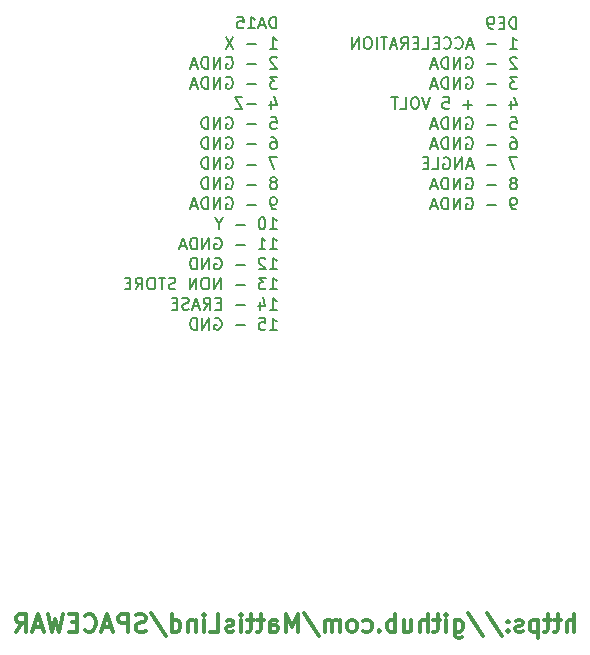
<source format=gbr>
G04 #@! TF.GenerationSoftware,KiCad,Pcbnew,5.0.2-bee76a0~70~ubuntu16.04.1*
G04 #@! TF.CreationDate,2022-01-22T11:01:39+01:00*
G04 #@! TF.ProjectId,breakoutBoard,62726561-6b6f-4757-9442-6f6172642e6b,rev?*
G04 #@! TF.SameCoordinates,Original*
G04 #@! TF.FileFunction,Legend,Bot*
G04 #@! TF.FilePolarity,Positive*
%FSLAX46Y46*%
G04 Gerber Fmt 4.6, Leading zero omitted, Abs format (unit mm)*
G04 Created by KiCad (PCBNEW 5.0.2-bee76a0~70~ubuntu16.04.1) date lör 22 jan 2022 11:01:39*
%MOMM*%
%LPD*%
G01*
G04 APERTURE LIST*
%ADD10C,0.300000*%
%ADD11C,0.200000*%
G04 APERTURE END LIST*
D10*
X125207142Y-113708571D02*
X125207142Y-112208571D01*
X124564285Y-113708571D02*
X124564285Y-112922857D01*
X124635714Y-112780000D01*
X124778571Y-112708571D01*
X124992857Y-112708571D01*
X125135714Y-112780000D01*
X125207142Y-112851428D01*
X124064285Y-112708571D02*
X123492857Y-112708571D01*
X123850000Y-112208571D02*
X123850000Y-113494285D01*
X123778571Y-113637142D01*
X123635714Y-113708571D01*
X123492857Y-113708571D01*
X123207142Y-112708571D02*
X122635714Y-112708571D01*
X122992857Y-112208571D02*
X122992857Y-113494285D01*
X122921428Y-113637142D01*
X122778571Y-113708571D01*
X122635714Y-113708571D01*
X122135714Y-112708571D02*
X122135714Y-114208571D01*
X122135714Y-112780000D02*
X121992857Y-112708571D01*
X121707142Y-112708571D01*
X121564285Y-112780000D01*
X121492857Y-112851428D01*
X121421428Y-112994285D01*
X121421428Y-113422857D01*
X121492857Y-113565714D01*
X121564285Y-113637142D01*
X121707142Y-113708571D01*
X121992857Y-113708571D01*
X122135714Y-113637142D01*
X120850000Y-113637142D02*
X120707142Y-113708571D01*
X120421428Y-113708571D01*
X120278571Y-113637142D01*
X120207142Y-113494285D01*
X120207142Y-113422857D01*
X120278571Y-113280000D01*
X120421428Y-113208571D01*
X120635714Y-113208571D01*
X120778571Y-113137142D01*
X120850000Y-112994285D01*
X120850000Y-112922857D01*
X120778571Y-112780000D01*
X120635714Y-112708571D01*
X120421428Y-112708571D01*
X120278571Y-112780000D01*
X119564285Y-113565714D02*
X119492857Y-113637142D01*
X119564285Y-113708571D01*
X119635714Y-113637142D01*
X119564285Y-113565714D01*
X119564285Y-113708571D01*
X119564285Y-112780000D02*
X119492857Y-112851428D01*
X119564285Y-112922857D01*
X119635714Y-112851428D01*
X119564285Y-112780000D01*
X119564285Y-112922857D01*
X117778571Y-112137142D02*
X119064285Y-114065714D01*
X116207142Y-112137142D02*
X117492857Y-114065714D01*
X115064285Y-112708571D02*
X115064285Y-113922857D01*
X115135714Y-114065714D01*
X115207142Y-114137142D01*
X115349999Y-114208571D01*
X115564285Y-114208571D01*
X115707142Y-114137142D01*
X115064285Y-113637142D02*
X115207142Y-113708571D01*
X115492857Y-113708571D01*
X115635714Y-113637142D01*
X115707142Y-113565714D01*
X115778571Y-113422857D01*
X115778571Y-112994285D01*
X115707142Y-112851428D01*
X115635714Y-112780000D01*
X115492857Y-112708571D01*
X115207142Y-112708571D01*
X115064285Y-112780000D01*
X114349999Y-113708571D02*
X114349999Y-112708571D01*
X114349999Y-112208571D02*
X114421428Y-112280000D01*
X114349999Y-112351428D01*
X114278571Y-112280000D01*
X114349999Y-112208571D01*
X114349999Y-112351428D01*
X113849999Y-112708571D02*
X113278571Y-112708571D01*
X113635714Y-112208571D02*
X113635714Y-113494285D01*
X113564285Y-113637142D01*
X113421428Y-113708571D01*
X113278571Y-113708571D01*
X112778571Y-113708571D02*
X112778571Y-112208571D01*
X112135714Y-113708571D02*
X112135714Y-112922857D01*
X112207142Y-112780000D01*
X112349999Y-112708571D01*
X112564285Y-112708571D01*
X112707142Y-112780000D01*
X112778571Y-112851428D01*
X110778571Y-112708571D02*
X110778571Y-113708571D01*
X111421428Y-112708571D02*
X111421428Y-113494285D01*
X111349999Y-113637142D01*
X111207142Y-113708571D01*
X110992857Y-113708571D01*
X110849999Y-113637142D01*
X110778571Y-113565714D01*
X110064285Y-113708571D02*
X110064285Y-112208571D01*
X110064285Y-112780000D02*
X109921428Y-112708571D01*
X109635714Y-112708571D01*
X109492857Y-112780000D01*
X109421428Y-112851428D01*
X109349999Y-112994285D01*
X109349999Y-113422857D01*
X109421428Y-113565714D01*
X109492857Y-113637142D01*
X109635714Y-113708571D01*
X109921428Y-113708571D01*
X110064285Y-113637142D01*
X108707142Y-113565714D02*
X108635714Y-113637142D01*
X108707142Y-113708571D01*
X108778571Y-113637142D01*
X108707142Y-113565714D01*
X108707142Y-113708571D01*
X107349999Y-113637142D02*
X107492857Y-113708571D01*
X107778571Y-113708571D01*
X107921428Y-113637142D01*
X107992857Y-113565714D01*
X108064285Y-113422857D01*
X108064285Y-112994285D01*
X107992857Y-112851428D01*
X107921428Y-112780000D01*
X107778571Y-112708571D01*
X107492857Y-112708571D01*
X107349999Y-112780000D01*
X106492857Y-113708571D02*
X106635714Y-113637142D01*
X106707142Y-113565714D01*
X106778571Y-113422857D01*
X106778571Y-112994285D01*
X106707142Y-112851428D01*
X106635714Y-112780000D01*
X106492857Y-112708571D01*
X106278571Y-112708571D01*
X106135714Y-112780000D01*
X106064285Y-112851428D01*
X105992857Y-112994285D01*
X105992857Y-113422857D01*
X106064285Y-113565714D01*
X106135714Y-113637142D01*
X106278571Y-113708571D01*
X106492857Y-113708571D01*
X105349999Y-113708571D02*
X105349999Y-112708571D01*
X105349999Y-112851428D02*
X105278571Y-112780000D01*
X105135714Y-112708571D01*
X104921428Y-112708571D01*
X104778571Y-112780000D01*
X104707142Y-112922857D01*
X104707142Y-113708571D01*
X104707142Y-112922857D02*
X104635714Y-112780000D01*
X104492857Y-112708571D01*
X104278571Y-112708571D01*
X104135714Y-112780000D01*
X104064285Y-112922857D01*
X104064285Y-113708571D01*
X102278571Y-112137142D02*
X103564285Y-114065714D01*
X101778571Y-113708571D02*
X101778571Y-112208571D01*
X101278571Y-113280000D01*
X100778571Y-112208571D01*
X100778571Y-113708571D01*
X99421428Y-113708571D02*
X99421428Y-112922857D01*
X99492857Y-112780000D01*
X99635714Y-112708571D01*
X99921428Y-112708571D01*
X100064285Y-112780000D01*
X99421428Y-113637142D02*
X99564285Y-113708571D01*
X99921428Y-113708571D01*
X100064285Y-113637142D01*
X100135714Y-113494285D01*
X100135714Y-113351428D01*
X100064285Y-113208571D01*
X99921428Y-113137142D01*
X99564285Y-113137142D01*
X99421428Y-113065714D01*
X98921428Y-112708571D02*
X98349999Y-112708571D01*
X98707142Y-112208571D02*
X98707142Y-113494285D01*
X98635714Y-113637142D01*
X98492857Y-113708571D01*
X98349999Y-113708571D01*
X98064285Y-112708571D02*
X97492857Y-112708571D01*
X97849999Y-112208571D02*
X97849999Y-113494285D01*
X97778571Y-113637142D01*
X97635714Y-113708571D01*
X97492857Y-113708571D01*
X96992857Y-113708571D02*
X96992857Y-112708571D01*
X96992857Y-112208571D02*
X97064285Y-112280000D01*
X96992857Y-112351428D01*
X96921428Y-112280000D01*
X96992857Y-112208571D01*
X96992857Y-112351428D01*
X96349999Y-113637142D02*
X96207142Y-113708571D01*
X95921428Y-113708571D01*
X95778571Y-113637142D01*
X95707142Y-113494285D01*
X95707142Y-113422857D01*
X95778571Y-113280000D01*
X95921428Y-113208571D01*
X96135714Y-113208571D01*
X96278571Y-113137142D01*
X96349999Y-112994285D01*
X96349999Y-112922857D01*
X96278571Y-112780000D01*
X96135714Y-112708571D01*
X95921428Y-112708571D01*
X95778571Y-112780000D01*
X94349999Y-113708571D02*
X95064285Y-113708571D01*
X95064285Y-112208571D01*
X93849999Y-113708571D02*
X93849999Y-112708571D01*
X93849999Y-112208571D02*
X93921428Y-112280000D01*
X93849999Y-112351428D01*
X93778571Y-112280000D01*
X93849999Y-112208571D01*
X93849999Y-112351428D01*
X93135714Y-112708571D02*
X93135714Y-113708571D01*
X93135714Y-112851428D02*
X93064285Y-112780000D01*
X92921428Y-112708571D01*
X92707142Y-112708571D01*
X92564285Y-112780000D01*
X92492857Y-112922857D01*
X92492857Y-113708571D01*
X91135714Y-113708571D02*
X91135714Y-112208571D01*
X91135714Y-113637142D02*
X91278571Y-113708571D01*
X91564285Y-113708571D01*
X91707142Y-113637142D01*
X91778571Y-113565714D01*
X91849999Y-113422857D01*
X91849999Y-112994285D01*
X91778571Y-112851428D01*
X91707142Y-112780000D01*
X91564285Y-112708571D01*
X91278571Y-112708571D01*
X91135714Y-112780000D01*
X89349999Y-112137142D02*
X90635714Y-114065714D01*
X88921428Y-113637142D02*
X88707142Y-113708571D01*
X88349999Y-113708571D01*
X88207142Y-113637142D01*
X88135714Y-113565714D01*
X88064285Y-113422857D01*
X88064285Y-113280000D01*
X88135714Y-113137142D01*
X88207142Y-113065714D01*
X88349999Y-112994285D01*
X88635714Y-112922857D01*
X88778571Y-112851428D01*
X88849999Y-112780000D01*
X88921428Y-112637142D01*
X88921428Y-112494285D01*
X88849999Y-112351428D01*
X88778571Y-112280000D01*
X88635714Y-112208571D01*
X88278571Y-112208571D01*
X88064285Y-112280000D01*
X87421428Y-113708571D02*
X87421428Y-112208571D01*
X86849999Y-112208571D01*
X86707142Y-112280000D01*
X86635714Y-112351428D01*
X86564285Y-112494285D01*
X86564285Y-112708571D01*
X86635714Y-112851428D01*
X86707142Y-112922857D01*
X86849999Y-112994285D01*
X87421428Y-112994285D01*
X85992857Y-113280000D02*
X85278571Y-113280000D01*
X86135714Y-113708571D02*
X85635714Y-112208571D01*
X85135714Y-113708571D01*
X83778571Y-113565714D02*
X83849999Y-113637142D01*
X84064285Y-113708571D01*
X84207142Y-113708571D01*
X84421428Y-113637142D01*
X84564285Y-113494285D01*
X84635714Y-113351428D01*
X84707142Y-113065714D01*
X84707142Y-112851428D01*
X84635714Y-112565714D01*
X84564285Y-112422857D01*
X84421428Y-112280000D01*
X84207142Y-112208571D01*
X84064285Y-112208571D01*
X83849999Y-112280000D01*
X83778571Y-112351428D01*
X83135714Y-112922857D02*
X82635714Y-112922857D01*
X82421428Y-113708571D02*
X83135714Y-113708571D01*
X83135714Y-112208571D01*
X82421428Y-112208571D01*
X81921428Y-112208571D02*
X81564285Y-113708571D01*
X81278571Y-112637142D01*
X80992857Y-113708571D01*
X80635714Y-112208571D01*
X80135714Y-113280000D02*
X79421428Y-113280000D01*
X80278571Y-113708571D02*
X79778571Y-112208571D01*
X79278571Y-113708571D01*
X77921428Y-113708571D02*
X78421428Y-112994285D01*
X78778571Y-113708571D02*
X78778571Y-112208571D01*
X78207142Y-112208571D01*
X78064285Y-112280000D01*
X77992857Y-112351428D01*
X77921428Y-112494285D01*
X77921428Y-112708571D01*
X77992857Y-112851428D01*
X78064285Y-112922857D01*
X78207142Y-112994285D01*
X78778571Y-112994285D01*
D11*
X120281904Y-62652380D02*
X120281904Y-61652380D01*
X120043809Y-61652380D01*
X119900952Y-61700000D01*
X119805714Y-61795238D01*
X119758095Y-61890476D01*
X119710476Y-62080952D01*
X119710476Y-62223809D01*
X119758095Y-62414285D01*
X119805714Y-62509523D01*
X119900952Y-62604761D01*
X120043809Y-62652380D01*
X120281904Y-62652380D01*
X119281904Y-62128571D02*
X118948571Y-62128571D01*
X118805714Y-62652380D02*
X119281904Y-62652380D01*
X119281904Y-61652380D01*
X118805714Y-61652380D01*
X118329523Y-62652380D02*
X118139047Y-62652380D01*
X118043809Y-62604761D01*
X117996190Y-62557142D01*
X117900952Y-62414285D01*
X117853333Y-62223809D01*
X117853333Y-61842857D01*
X117900952Y-61747619D01*
X117948571Y-61700000D01*
X118043809Y-61652380D01*
X118234285Y-61652380D01*
X118329523Y-61700000D01*
X118377142Y-61747619D01*
X118424761Y-61842857D01*
X118424761Y-62080952D01*
X118377142Y-62176190D01*
X118329523Y-62223809D01*
X118234285Y-62271428D01*
X118043809Y-62271428D01*
X117948571Y-62223809D01*
X117900952Y-62176190D01*
X117853333Y-62080952D01*
X119758095Y-64352380D02*
X120329523Y-64352380D01*
X120043809Y-64352380D02*
X120043809Y-63352380D01*
X120139047Y-63495238D01*
X120234285Y-63590476D01*
X120329523Y-63638095D01*
X118567619Y-63971428D02*
X117805714Y-63971428D01*
X116615238Y-64066666D02*
X116139047Y-64066666D01*
X116710476Y-64352380D02*
X116377142Y-63352380D01*
X116043809Y-64352380D01*
X115139047Y-64257142D02*
X115186666Y-64304761D01*
X115329523Y-64352380D01*
X115424761Y-64352380D01*
X115567619Y-64304761D01*
X115662857Y-64209523D01*
X115710476Y-64114285D01*
X115758095Y-63923809D01*
X115758095Y-63780952D01*
X115710476Y-63590476D01*
X115662857Y-63495238D01*
X115567619Y-63400000D01*
X115424761Y-63352380D01*
X115329523Y-63352380D01*
X115186666Y-63400000D01*
X115139047Y-63447619D01*
X114139047Y-64257142D02*
X114186666Y-64304761D01*
X114329523Y-64352380D01*
X114424761Y-64352380D01*
X114567619Y-64304761D01*
X114662857Y-64209523D01*
X114710476Y-64114285D01*
X114758095Y-63923809D01*
X114758095Y-63780952D01*
X114710476Y-63590476D01*
X114662857Y-63495238D01*
X114567619Y-63400000D01*
X114424761Y-63352380D01*
X114329523Y-63352380D01*
X114186666Y-63400000D01*
X114139047Y-63447619D01*
X113710476Y-63828571D02*
X113377142Y-63828571D01*
X113234285Y-64352380D02*
X113710476Y-64352380D01*
X113710476Y-63352380D01*
X113234285Y-63352380D01*
X112329523Y-64352380D02*
X112805714Y-64352380D01*
X112805714Y-63352380D01*
X111996190Y-63828571D02*
X111662857Y-63828571D01*
X111520000Y-64352380D02*
X111996190Y-64352380D01*
X111996190Y-63352380D01*
X111520000Y-63352380D01*
X110520000Y-64352380D02*
X110853333Y-63876190D01*
X111091428Y-64352380D02*
X111091428Y-63352380D01*
X110710476Y-63352380D01*
X110615238Y-63400000D01*
X110567619Y-63447619D01*
X110520000Y-63542857D01*
X110520000Y-63685714D01*
X110567619Y-63780952D01*
X110615238Y-63828571D01*
X110710476Y-63876190D01*
X111091428Y-63876190D01*
X110139047Y-64066666D02*
X109662857Y-64066666D01*
X110234285Y-64352380D02*
X109900952Y-63352380D01*
X109567619Y-64352380D01*
X109377142Y-63352380D02*
X108805714Y-63352380D01*
X109091428Y-64352380D02*
X109091428Y-63352380D01*
X108472380Y-64352380D02*
X108472380Y-63352380D01*
X107805714Y-63352380D02*
X107615238Y-63352380D01*
X107520000Y-63400000D01*
X107424761Y-63495238D01*
X107377142Y-63685714D01*
X107377142Y-64019047D01*
X107424761Y-64209523D01*
X107520000Y-64304761D01*
X107615238Y-64352380D01*
X107805714Y-64352380D01*
X107900952Y-64304761D01*
X107996190Y-64209523D01*
X108043809Y-64019047D01*
X108043809Y-63685714D01*
X107996190Y-63495238D01*
X107900952Y-63400000D01*
X107805714Y-63352380D01*
X106948571Y-64352380D02*
X106948571Y-63352380D01*
X106377142Y-64352380D01*
X106377142Y-63352380D01*
X120329523Y-65147619D02*
X120281904Y-65100000D01*
X120186666Y-65052380D01*
X119948571Y-65052380D01*
X119853333Y-65100000D01*
X119805714Y-65147619D01*
X119758095Y-65242857D01*
X119758095Y-65338095D01*
X119805714Y-65480952D01*
X120377142Y-66052380D01*
X119758095Y-66052380D01*
X118567619Y-65671428D02*
X117805714Y-65671428D01*
X116043809Y-65100000D02*
X116139047Y-65052380D01*
X116281904Y-65052380D01*
X116424761Y-65100000D01*
X116520000Y-65195238D01*
X116567619Y-65290476D01*
X116615238Y-65480952D01*
X116615238Y-65623809D01*
X116567619Y-65814285D01*
X116520000Y-65909523D01*
X116424761Y-66004761D01*
X116281904Y-66052380D01*
X116186666Y-66052380D01*
X116043809Y-66004761D01*
X115996190Y-65957142D01*
X115996190Y-65623809D01*
X116186666Y-65623809D01*
X115567619Y-66052380D02*
X115567619Y-65052380D01*
X114996190Y-66052380D01*
X114996190Y-65052380D01*
X114520000Y-66052380D02*
X114520000Y-65052380D01*
X114281904Y-65052380D01*
X114139047Y-65100000D01*
X114043809Y-65195238D01*
X113996190Y-65290476D01*
X113948571Y-65480952D01*
X113948571Y-65623809D01*
X113996190Y-65814285D01*
X114043809Y-65909523D01*
X114139047Y-66004761D01*
X114281904Y-66052380D01*
X114520000Y-66052380D01*
X113567619Y-65766666D02*
X113091428Y-65766666D01*
X113662857Y-66052380D02*
X113329523Y-65052380D01*
X112996190Y-66052380D01*
X120377142Y-66752380D02*
X119758095Y-66752380D01*
X120091428Y-67133333D01*
X119948571Y-67133333D01*
X119853333Y-67180952D01*
X119805714Y-67228571D01*
X119758095Y-67323809D01*
X119758095Y-67561904D01*
X119805714Y-67657142D01*
X119853333Y-67704761D01*
X119948571Y-67752380D01*
X120234285Y-67752380D01*
X120329523Y-67704761D01*
X120377142Y-67657142D01*
X118567619Y-67371428D02*
X117805714Y-67371428D01*
X116043809Y-66800000D02*
X116139047Y-66752380D01*
X116281904Y-66752380D01*
X116424761Y-66800000D01*
X116520000Y-66895238D01*
X116567619Y-66990476D01*
X116615238Y-67180952D01*
X116615238Y-67323809D01*
X116567619Y-67514285D01*
X116520000Y-67609523D01*
X116424761Y-67704761D01*
X116281904Y-67752380D01*
X116186666Y-67752380D01*
X116043809Y-67704761D01*
X115996190Y-67657142D01*
X115996190Y-67323809D01*
X116186666Y-67323809D01*
X115567619Y-67752380D02*
X115567619Y-66752380D01*
X114996190Y-67752380D01*
X114996190Y-66752380D01*
X114520000Y-67752380D02*
X114520000Y-66752380D01*
X114281904Y-66752380D01*
X114139047Y-66800000D01*
X114043809Y-66895238D01*
X113996190Y-66990476D01*
X113948571Y-67180952D01*
X113948571Y-67323809D01*
X113996190Y-67514285D01*
X114043809Y-67609523D01*
X114139047Y-67704761D01*
X114281904Y-67752380D01*
X114520000Y-67752380D01*
X113567619Y-67466666D02*
X113091428Y-67466666D01*
X113662857Y-67752380D02*
X113329523Y-66752380D01*
X112996190Y-67752380D01*
X119853333Y-68785714D02*
X119853333Y-69452380D01*
X120091428Y-68404761D02*
X120329523Y-69119047D01*
X119710476Y-69119047D01*
X118567619Y-69071428D02*
X117805714Y-69071428D01*
X116567619Y-69071428D02*
X115805714Y-69071428D01*
X116186666Y-69452380D02*
X116186666Y-68690476D01*
X114091428Y-68452380D02*
X114567619Y-68452380D01*
X114615238Y-68928571D01*
X114567619Y-68880952D01*
X114472380Y-68833333D01*
X114234285Y-68833333D01*
X114139047Y-68880952D01*
X114091428Y-68928571D01*
X114043809Y-69023809D01*
X114043809Y-69261904D01*
X114091428Y-69357142D01*
X114139047Y-69404761D01*
X114234285Y-69452380D01*
X114472380Y-69452380D01*
X114567619Y-69404761D01*
X114615238Y-69357142D01*
X112996190Y-68452380D02*
X112662857Y-69452380D01*
X112329523Y-68452380D01*
X111805714Y-68452380D02*
X111615238Y-68452380D01*
X111520000Y-68500000D01*
X111424761Y-68595238D01*
X111377142Y-68785714D01*
X111377142Y-69119047D01*
X111424761Y-69309523D01*
X111520000Y-69404761D01*
X111615238Y-69452380D01*
X111805714Y-69452380D01*
X111900952Y-69404761D01*
X111996190Y-69309523D01*
X112043809Y-69119047D01*
X112043809Y-68785714D01*
X111996190Y-68595238D01*
X111900952Y-68500000D01*
X111805714Y-68452380D01*
X110472380Y-69452380D02*
X110948571Y-69452380D01*
X110948571Y-68452380D01*
X110281904Y-68452380D02*
X109710476Y-68452380D01*
X109996190Y-69452380D02*
X109996190Y-68452380D01*
X119805714Y-70152380D02*
X120281904Y-70152380D01*
X120329523Y-70628571D01*
X120281904Y-70580952D01*
X120186666Y-70533333D01*
X119948571Y-70533333D01*
X119853333Y-70580952D01*
X119805714Y-70628571D01*
X119758095Y-70723809D01*
X119758095Y-70961904D01*
X119805714Y-71057142D01*
X119853333Y-71104761D01*
X119948571Y-71152380D01*
X120186666Y-71152380D01*
X120281904Y-71104761D01*
X120329523Y-71057142D01*
X118567619Y-70771428D02*
X117805714Y-70771428D01*
X116043809Y-70200000D02*
X116139047Y-70152380D01*
X116281904Y-70152380D01*
X116424761Y-70200000D01*
X116520000Y-70295238D01*
X116567619Y-70390476D01*
X116615238Y-70580952D01*
X116615238Y-70723809D01*
X116567619Y-70914285D01*
X116520000Y-71009523D01*
X116424761Y-71104761D01*
X116281904Y-71152380D01*
X116186666Y-71152380D01*
X116043809Y-71104761D01*
X115996190Y-71057142D01*
X115996190Y-70723809D01*
X116186666Y-70723809D01*
X115567619Y-71152380D02*
X115567619Y-70152380D01*
X114996190Y-71152380D01*
X114996190Y-70152380D01*
X114520000Y-71152380D02*
X114520000Y-70152380D01*
X114281904Y-70152380D01*
X114139047Y-70200000D01*
X114043809Y-70295238D01*
X113996190Y-70390476D01*
X113948571Y-70580952D01*
X113948571Y-70723809D01*
X113996190Y-70914285D01*
X114043809Y-71009523D01*
X114139047Y-71104761D01*
X114281904Y-71152380D01*
X114520000Y-71152380D01*
X113567619Y-70866666D02*
X113091428Y-70866666D01*
X113662857Y-71152380D02*
X113329523Y-70152380D01*
X112996190Y-71152380D01*
X119853333Y-71852380D02*
X120043809Y-71852380D01*
X120139047Y-71900000D01*
X120186666Y-71947619D01*
X120281904Y-72090476D01*
X120329523Y-72280952D01*
X120329523Y-72661904D01*
X120281904Y-72757142D01*
X120234285Y-72804761D01*
X120139047Y-72852380D01*
X119948571Y-72852380D01*
X119853333Y-72804761D01*
X119805714Y-72757142D01*
X119758095Y-72661904D01*
X119758095Y-72423809D01*
X119805714Y-72328571D01*
X119853333Y-72280952D01*
X119948571Y-72233333D01*
X120139047Y-72233333D01*
X120234285Y-72280952D01*
X120281904Y-72328571D01*
X120329523Y-72423809D01*
X118567619Y-72471428D02*
X117805714Y-72471428D01*
X116043809Y-71900000D02*
X116139047Y-71852380D01*
X116281904Y-71852380D01*
X116424761Y-71900000D01*
X116520000Y-71995238D01*
X116567619Y-72090476D01*
X116615238Y-72280952D01*
X116615238Y-72423809D01*
X116567619Y-72614285D01*
X116520000Y-72709523D01*
X116424761Y-72804761D01*
X116281904Y-72852380D01*
X116186666Y-72852380D01*
X116043809Y-72804761D01*
X115996190Y-72757142D01*
X115996190Y-72423809D01*
X116186666Y-72423809D01*
X115567619Y-72852380D02*
X115567619Y-71852380D01*
X114996190Y-72852380D01*
X114996190Y-71852380D01*
X114520000Y-72852380D02*
X114520000Y-71852380D01*
X114281904Y-71852380D01*
X114139047Y-71900000D01*
X114043809Y-71995238D01*
X113996190Y-72090476D01*
X113948571Y-72280952D01*
X113948571Y-72423809D01*
X113996190Y-72614285D01*
X114043809Y-72709523D01*
X114139047Y-72804761D01*
X114281904Y-72852380D01*
X114520000Y-72852380D01*
X113567619Y-72566666D02*
X113091428Y-72566666D01*
X113662857Y-72852380D02*
X113329523Y-71852380D01*
X112996190Y-72852380D01*
X120377142Y-73552380D02*
X119710476Y-73552380D01*
X120139047Y-74552380D01*
X118567619Y-74171428D02*
X117805714Y-74171428D01*
X116615238Y-74266666D02*
X116139047Y-74266666D01*
X116710476Y-74552380D02*
X116377142Y-73552380D01*
X116043809Y-74552380D01*
X115710476Y-74552380D02*
X115710476Y-73552380D01*
X115139047Y-74552380D01*
X115139047Y-73552380D01*
X114139047Y-73600000D02*
X114234285Y-73552380D01*
X114377142Y-73552380D01*
X114520000Y-73600000D01*
X114615238Y-73695238D01*
X114662857Y-73790476D01*
X114710476Y-73980952D01*
X114710476Y-74123809D01*
X114662857Y-74314285D01*
X114615238Y-74409523D01*
X114520000Y-74504761D01*
X114377142Y-74552380D01*
X114281904Y-74552380D01*
X114139047Y-74504761D01*
X114091428Y-74457142D01*
X114091428Y-74123809D01*
X114281904Y-74123809D01*
X113186666Y-74552380D02*
X113662857Y-74552380D01*
X113662857Y-73552380D01*
X112853333Y-74028571D02*
X112520000Y-74028571D01*
X112377142Y-74552380D02*
X112853333Y-74552380D01*
X112853333Y-73552380D01*
X112377142Y-73552380D01*
X120139047Y-75680952D02*
X120234285Y-75633333D01*
X120281904Y-75585714D01*
X120329523Y-75490476D01*
X120329523Y-75442857D01*
X120281904Y-75347619D01*
X120234285Y-75300000D01*
X120139047Y-75252380D01*
X119948571Y-75252380D01*
X119853333Y-75300000D01*
X119805714Y-75347619D01*
X119758095Y-75442857D01*
X119758095Y-75490476D01*
X119805714Y-75585714D01*
X119853333Y-75633333D01*
X119948571Y-75680952D01*
X120139047Y-75680952D01*
X120234285Y-75728571D01*
X120281904Y-75776190D01*
X120329523Y-75871428D01*
X120329523Y-76061904D01*
X120281904Y-76157142D01*
X120234285Y-76204761D01*
X120139047Y-76252380D01*
X119948571Y-76252380D01*
X119853333Y-76204761D01*
X119805714Y-76157142D01*
X119758095Y-76061904D01*
X119758095Y-75871428D01*
X119805714Y-75776190D01*
X119853333Y-75728571D01*
X119948571Y-75680952D01*
X118567619Y-75871428D02*
X117805714Y-75871428D01*
X116043809Y-75300000D02*
X116139047Y-75252380D01*
X116281904Y-75252380D01*
X116424761Y-75300000D01*
X116520000Y-75395238D01*
X116567619Y-75490476D01*
X116615238Y-75680952D01*
X116615238Y-75823809D01*
X116567619Y-76014285D01*
X116520000Y-76109523D01*
X116424761Y-76204761D01*
X116281904Y-76252380D01*
X116186666Y-76252380D01*
X116043809Y-76204761D01*
X115996190Y-76157142D01*
X115996190Y-75823809D01*
X116186666Y-75823809D01*
X115567619Y-76252380D02*
X115567619Y-75252380D01*
X114996190Y-76252380D01*
X114996190Y-75252380D01*
X114520000Y-76252380D02*
X114520000Y-75252380D01*
X114281904Y-75252380D01*
X114139047Y-75300000D01*
X114043809Y-75395238D01*
X113996190Y-75490476D01*
X113948571Y-75680952D01*
X113948571Y-75823809D01*
X113996190Y-76014285D01*
X114043809Y-76109523D01*
X114139047Y-76204761D01*
X114281904Y-76252380D01*
X114520000Y-76252380D01*
X113567619Y-75966666D02*
X113091428Y-75966666D01*
X113662857Y-76252380D02*
X113329523Y-75252380D01*
X112996190Y-76252380D01*
X120234285Y-77952380D02*
X120043809Y-77952380D01*
X119948571Y-77904761D01*
X119900952Y-77857142D01*
X119805714Y-77714285D01*
X119758095Y-77523809D01*
X119758095Y-77142857D01*
X119805714Y-77047619D01*
X119853333Y-77000000D01*
X119948571Y-76952380D01*
X120139047Y-76952380D01*
X120234285Y-77000000D01*
X120281904Y-77047619D01*
X120329523Y-77142857D01*
X120329523Y-77380952D01*
X120281904Y-77476190D01*
X120234285Y-77523809D01*
X120139047Y-77571428D01*
X119948571Y-77571428D01*
X119853333Y-77523809D01*
X119805714Y-77476190D01*
X119758095Y-77380952D01*
X118567619Y-77571428D02*
X117805714Y-77571428D01*
X116043809Y-77000000D02*
X116139047Y-76952380D01*
X116281904Y-76952380D01*
X116424761Y-77000000D01*
X116520000Y-77095238D01*
X116567619Y-77190476D01*
X116615238Y-77380952D01*
X116615238Y-77523809D01*
X116567619Y-77714285D01*
X116520000Y-77809523D01*
X116424761Y-77904761D01*
X116281904Y-77952380D01*
X116186666Y-77952380D01*
X116043809Y-77904761D01*
X115996190Y-77857142D01*
X115996190Y-77523809D01*
X116186666Y-77523809D01*
X115567619Y-77952380D02*
X115567619Y-76952380D01*
X114996190Y-77952380D01*
X114996190Y-76952380D01*
X114520000Y-77952380D02*
X114520000Y-76952380D01*
X114281904Y-76952380D01*
X114139047Y-77000000D01*
X114043809Y-77095238D01*
X113996190Y-77190476D01*
X113948571Y-77380952D01*
X113948571Y-77523809D01*
X113996190Y-77714285D01*
X114043809Y-77809523D01*
X114139047Y-77904761D01*
X114281904Y-77952380D01*
X114520000Y-77952380D01*
X113567619Y-77666666D02*
X113091428Y-77666666D01*
X113662857Y-77952380D02*
X113329523Y-76952380D01*
X112996190Y-77952380D01*
X99961904Y-62632380D02*
X99961904Y-61632380D01*
X99723809Y-61632380D01*
X99580952Y-61680000D01*
X99485714Y-61775238D01*
X99438095Y-61870476D01*
X99390476Y-62060952D01*
X99390476Y-62203809D01*
X99438095Y-62394285D01*
X99485714Y-62489523D01*
X99580952Y-62584761D01*
X99723809Y-62632380D01*
X99961904Y-62632380D01*
X99009523Y-62346666D02*
X98533333Y-62346666D01*
X99104761Y-62632380D02*
X98771428Y-61632380D01*
X98438095Y-62632380D01*
X97580952Y-62632380D02*
X98152380Y-62632380D01*
X97866666Y-62632380D02*
X97866666Y-61632380D01*
X97961904Y-61775238D01*
X98057142Y-61870476D01*
X98152380Y-61918095D01*
X96676190Y-61632380D02*
X97152380Y-61632380D01*
X97200000Y-62108571D01*
X97152380Y-62060952D01*
X97057142Y-62013333D01*
X96819047Y-62013333D01*
X96723809Y-62060952D01*
X96676190Y-62108571D01*
X96628571Y-62203809D01*
X96628571Y-62441904D01*
X96676190Y-62537142D01*
X96723809Y-62584761D01*
X96819047Y-62632380D01*
X97057142Y-62632380D01*
X97152380Y-62584761D01*
X97200000Y-62537142D01*
X99438095Y-64332380D02*
X100009523Y-64332380D01*
X99723809Y-64332380D02*
X99723809Y-63332380D01*
X99819047Y-63475238D01*
X99914285Y-63570476D01*
X100009523Y-63618095D01*
X98247619Y-63951428D02*
X97485714Y-63951428D01*
X96342857Y-63332380D02*
X95676190Y-64332380D01*
X95676190Y-63332380D02*
X96342857Y-64332380D01*
X100009523Y-65127619D02*
X99961904Y-65080000D01*
X99866666Y-65032380D01*
X99628571Y-65032380D01*
X99533333Y-65080000D01*
X99485714Y-65127619D01*
X99438095Y-65222857D01*
X99438095Y-65318095D01*
X99485714Y-65460952D01*
X100057142Y-66032380D01*
X99438095Y-66032380D01*
X98247619Y-65651428D02*
X97485714Y-65651428D01*
X95723809Y-65080000D02*
X95819047Y-65032380D01*
X95961904Y-65032380D01*
X96104761Y-65080000D01*
X96200000Y-65175238D01*
X96247619Y-65270476D01*
X96295238Y-65460952D01*
X96295238Y-65603809D01*
X96247619Y-65794285D01*
X96200000Y-65889523D01*
X96104761Y-65984761D01*
X95961904Y-66032380D01*
X95866666Y-66032380D01*
X95723809Y-65984761D01*
X95676190Y-65937142D01*
X95676190Y-65603809D01*
X95866666Y-65603809D01*
X95247619Y-66032380D02*
X95247619Y-65032380D01*
X94676190Y-66032380D01*
X94676190Y-65032380D01*
X94200000Y-66032380D02*
X94200000Y-65032380D01*
X93961904Y-65032380D01*
X93819047Y-65080000D01*
X93723809Y-65175238D01*
X93676190Y-65270476D01*
X93628571Y-65460952D01*
X93628571Y-65603809D01*
X93676190Y-65794285D01*
X93723809Y-65889523D01*
X93819047Y-65984761D01*
X93961904Y-66032380D01*
X94200000Y-66032380D01*
X93247619Y-65746666D02*
X92771428Y-65746666D01*
X93342857Y-66032380D02*
X93009523Y-65032380D01*
X92676190Y-66032380D01*
X100057142Y-66732380D02*
X99438095Y-66732380D01*
X99771428Y-67113333D01*
X99628571Y-67113333D01*
X99533333Y-67160952D01*
X99485714Y-67208571D01*
X99438095Y-67303809D01*
X99438095Y-67541904D01*
X99485714Y-67637142D01*
X99533333Y-67684761D01*
X99628571Y-67732380D01*
X99914285Y-67732380D01*
X100009523Y-67684761D01*
X100057142Y-67637142D01*
X98247619Y-67351428D02*
X97485714Y-67351428D01*
X95723809Y-66780000D02*
X95819047Y-66732380D01*
X95961904Y-66732380D01*
X96104761Y-66780000D01*
X96200000Y-66875238D01*
X96247619Y-66970476D01*
X96295238Y-67160952D01*
X96295238Y-67303809D01*
X96247619Y-67494285D01*
X96200000Y-67589523D01*
X96104761Y-67684761D01*
X95961904Y-67732380D01*
X95866666Y-67732380D01*
X95723809Y-67684761D01*
X95676190Y-67637142D01*
X95676190Y-67303809D01*
X95866666Y-67303809D01*
X95247619Y-67732380D02*
X95247619Y-66732380D01*
X94676190Y-67732380D01*
X94676190Y-66732380D01*
X94200000Y-67732380D02*
X94200000Y-66732380D01*
X93961904Y-66732380D01*
X93819047Y-66780000D01*
X93723809Y-66875238D01*
X93676190Y-66970476D01*
X93628571Y-67160952D01*
X93628571Y-67303809D01*
X93676190Y-67494285D01*
X93723809Y-67589523D01*
X93819047Y-67684761D01*
X93961904Y-67732380D01*
X94200000Y-67732380D01*
X93247619Y-67446666D02*
X92771428Y-67446666D01*
X93342857Y-67732380D02*
X93009523Y-66732380D01*
X92676190Y-67732380D01*
X99533333Y-68765714D02*
X99533333Y-69432380D01*
X99771428Y-68384761D02*
X100009523Y-69099047D01*
X99390476Y-69099047D01*
X98247619Y-69051428D02*
X97485714Y-69051428D01*
X97104761Y-68432380D02*
X96438095Y-68432380D01*
X97104761Y-69432380D01*
X96438095Y-69432380D01*
X99485714Y-70132380D02*
X99961904Y-70132380D01*
X100009523Y-70608571D01*
X99961904Y-70560952D01*
X99866666Y-70513333D01*
X99628571Y-70513333D01*
X99533333Y-70560952D01*
X99485714Y-70608571D01*
X99438095Y-70703809D01*
X99438095Y-70941904D01*
X99485714Y-71037142D01*
X99533333Y-71084761D01*
X99628571Y-71132380D01*
X99866666Y-71132380D01*
X99961904Y-71084761D01*
X100009523Y-71037142D01*
X98247619Y-70751428D02*
X97485714Y-70751428D01*
X95723809Y-70180000D02*
X95819047Y-70132380D01*
X95961904Y-70132380D01*
X96104761Y-70180000D01*
X96200000Y-70275238D01*
X96247619Y-70370476D01*
X96295238Y-70560952D01*
X96295238Y-70703809D01*
X96247619Y-70894285D01*
X96200000Y-70989523D01*
X96104761Y-71084761D01*
X95961904Y-71132380D01*
X95866666Y-71132380D01*
X95723809Y-71084761D01*
X95676190Y-71037142D01*
X95676190Y-70703809D01*
X95866666Y-70703809D01*
X95247619Y-71132380D02*
X95247619Y-70132380D01*
X94676190Y-71132380D01*
X94676190Y-70132380D01*
X94200000Y-71132380D02*
X94200000Y-70132380D01*
X93961904Y-70132380D01*
X93819047Y-70180000D01*
X93723809Y-70275238D01*
X93676190Y-70370476D01*
X93628571Y-70560952D01*
X93628571Y-70703809D01*
X93676190Y-70894285D01*
X93723809Y-70989523D01*
X93819047Y-71084761D01*
X93961904Y-71132380D01*
X94200000Y-71132380D01*
X99533333Y-71832380D02*
X99723809Y-71832380D01*
X99819047Y-71880000D01*
X99866666Y-71927619D01*
X99961904Y-72070476D01*
X100009523Y-72260952D01*
X100009523Y-72641904D01*
X99961904Y-72737142D01*
X99914285Y-72784761D01*
X99819047Y-72832380D01*
X99628571Y-72832380D01*
X99533333Y-72784761D01*
X99485714Y-72737142D01*
X99438095Y-72641904D01*
X99438095Y-72403809D01*
X99485714Y-72308571D01*
X99533333Y-72260952D01*
X99628571Y-72213333D01*
X99819047Y-72213333D01*
X99914285Y-72260952D01*
X99961904Y-72308571D01*
X100009523Y-72403809D01*
X98247619Y-72451428D02*
X97485714Y-72451428D01*
X95723809Y-71880000D02*
X95819047Y-71832380D01*
X95961904Y-71832380D01*
X96104761Y-71880000D01*
X96200000Y-71975238D01*
X96247619Y-72070476D01*
X96295238Y-72260952D01*
X96295238Y-72403809D01*
X96247619Y-72594285D01*
X96200000Y-72689523D01*
X96104761Y-72784761D01*
X95961904Y-72832380D01*
X95866666Y-72832380D01*
X95723809Y-72784761D01*
X95676190Y-72737142D01*
X95676190Y-72403809D01*
X95866666Y-72403809D01*
X95247619Y-72832380D02*
X95247619Y-71832380D01*
X94676190Y-72832380D01*
X94676190Y-71832380D01*
X94200000Y-72832380D02*
X94200000Y-71832380D01*
X93961904Y-71832380D01*
X93819047Y-71880000D01*
X93723809Y-71975238D01*
X93676190Y-72070476D01*
X93628571Y-72260952D01*
X93628571Y-72403809D01*
X93676190Y-72594285D01*
X93723809Y-72689523D01*
X93819047Y-72784761D01*
X93961904Y-72832380D01*
X94200000Y-72832380D01*
X100057142Y-73532380D02*
X99390476Y-73532380D01*
X99819047Y-74532380D01*
X98247619Y-74151428D02*
X97485714Y-74151428D01*
X95723809Y-73580000D02*
X95819047Y-73532380D01*
X95961904Y-73532380D01*
X96104761Y-73580000D01*
X96200000Y-73675238D01*
X96247619Y-73770476D01*
X96295238Y-73960952D01*
X96295238Y-74103809D01*
X96247619Y-74294285D01*
X96200000Y-74389523D01*
X96104761Y-74484761D01*
X95961904Y-74532380D01*
X95866666Y-74532380D01*
X95723809Y-74484761D01*
X95676190Y-74437142D01*
X95676190Y-74103809D01*
X95866666Y-74103809D01*
X95247619Y-74532380D02*
X95247619Y-73532380D01*
X94676190Y-74532380D01*
X94676190Y-73532380D01*
X94200000Y-74532380D02*
X94200000Y-73532380D01*
X93961904Y-73532380D01*
X93819047Y-73580000D01*
X93723809Y-73675238D01*
X93676190Y-73770476D01*
X93628571Y-73960952D01*
X93628571Y-74103809D01*
X93676190Y-74294285D01*
X93723809Y-74389523D01*
X93819047Y-74484761D01*
X93961904Y-74532380D01*
X94200000Y-74532380D01*
X99819047Y-75660952D02*
X99914285Y-75613333D01*
X99961904Y-75565714D01*
X100009523Y-75470476D01*
X100009523Y-75422857D01*
X99961904Y-75327619D01*
X99914285Y-75280000D01*
X99819047Y-75232380D01*
X99628571Y-75232380D01*
X99533333Y-75280000D01*
X99485714Y-75327619D01*
X99438095Y-75422857D01*
X99438095Y-75470476D01*
X99485714Y-75565714D01*
X99533333Y-75613333D01*
X99628571Y-75660952D01*
X99819047Y-75660952D01*
X99914285Y-75708571D01*
X99961904Y-75756190D01*
X100009523Y-75851428D01*
X100009523Y-76041904D01*
X99961904Y-76137142D01*
X99914285Y-76184761D01*
X99819047Y-76232380D01*
X99628571Y-76232380D01*
X99533333Y-76184761D01*
X99485714Y-76137142D01*
X99438095Y-76041904D01*
X99438095Y-75851428D01*
X99485714Y-75756190D01*
X99533333Y-75708571D01*
X99628571Y-75660952D01*
X98247619Y-75851428D02*
X97485714Y-75851428D01*
X95723809Y-75280000D02*
X95819047Y-75232380D01*
X95961904Y-75232380D01*
X96104761Y-75280000D01*
X96200000Y-75375238D01*
X96247619Y-75470476D01*
X96295238Y-75660952D01*
X96295238Y-75803809D01*
X96247619Y-75994285D01*
X96200000Y-76089523D01*
X96104761Y-76184761D01*
X95961904Y-76232380D01*
X95866666Y-76232380D01*
X95723809Y-76184761D01*
X95676190Y-76137142D01*
X95676190Y-75803809D01*
X95866666Y-75803809D01*
X95247619Y-76232380D02*
X95247619Y-75232380D01*
X94676190Y-76232380D01*
X94676190Y-75232380D01*
X94200000Y-76232380D02*
X94200000Y-75232380D01*
X93961904Y-75232380D01*
X93819047Y-75280000D01*
X93723809Y-75375238D01*
X93676190Y-75470476D01*
X93628571Y-75660952D01*
X93628571Y-75803809D01*
X93676190Y-75994285D01*
X93723809Y-76089523D01*
X93819047Y-76184761D01*
X93961904Y-76232380D01*
X94200000Y-76232380D01*
X99914285Y-77932380D02*
X99723809Y-77932380D01*
X99628571Y-77884761D01*
X99580952Y-77837142D01*
X99485714Y-77694285D01*
X99438095Y-77503809D01*
X99438095Y-77122857D01*
X99485714Y-77027619D01*
X99533333Y-76980000D01*
X99628571Y-76932380D01*
X99819047Y-76932380D01*
X99914285Y-76980000D01*
X99961904Y-77027619D01*
X100009523Y-77122857D01*
X100009523Y-77360952D01*
X99961904Y-77456190D01*
X99914285Y-77503809D01*
X99819047Y-77551428D01*
X99628571Y-77551428D01*
X99533333Y-77503809D01*
X99485714Y-77456190D01*
X99438095Y-77360952D01*
X98247619Y-77551428D02*
X97485714Y-77551428D01*
X95723809Y-76980000D02*
X95819047Y-76932380D01*
X95961904Y-76932380D01*
X96104761Y-76980000D01*
X96200000Y-77075238D01*
X96247619Y-77170476D01*
X96295238Y-77360952D01*
X96295238Y-77503809D01*
X96247619Y-77694285D01*
X96200000Y-77789523D01*
X96104761Y-77884761D01*
X95961904Y-77932380D01*
X95866666Y-77932380D01*
X95723809Y-77884761D01*
X95676190Y-77837142D01*
X95676190Y-77503809D01*
X95866666Y-77503809D01*
X95247619Y-77932380D02*
X95247619Y-76932380D01*
X94676190Y-77932380D01*
X94676190Y-76932380D01*
X94200000Y-77932380D02*
X94200000Y-76932380D01*
X93961904Y-76932380D01*
X93819047Y-76980000D01*
X93723809Y-77075238D01*
X93676190Y-77170476D01*
X93628571Y-77360952D01*
X93628571Y-77503809D01*
X93676190Y-77694285D01*
X93723809Y-77789523D01*
X93819047Y-77884761D01*
X93961904Y-77932380D01*
X94200000Y-77932380D01*
X93247619Y-77646666D02*
X92771428Y-77646666D01*
X93342857Y-77932380D02*
X93009523Y-76932380D01*
X92676190Y-77932380D01*
X99438095Y-79632380D02*
X100009523Y-79632380D01*
X99723809Y-79632380D02*
X99723809Y-78632380D01*
X99819047Y-78775238D01*
X99914285Y-78870476D01*
X100009523Y-78918095D01*
X98819047Y-78632380D02*
X98723809Y-78632380D01*
X98628571Y-78680000D01*
X98580952Y-78727619D01*
X98533333Y-78822857D01*
X98485714Y-79013333D01*
X98485714Y-79251428D01*
X98533333Y-79441904D01*
X98580952Y-79537142D01*
X98628571Y-79584761D01*
X98723809Y-79632380D01*
X98819047Y-79632380D01*
X98914285Y-79584761D01*
X98961904Y-79537142D01*
X99009523Y-79441904D01*
X99057142Y-79251428D01*
X99057142Y-79013333D01*
X99009523Y-78822857D01*
X98961904Y-78727619D01*
X98914285Y-78680000D01*
X98819047Y-78632380D01*
X97295238Y-79251428D02*
X96533333Y-79251428D01*
X95104761Y-79156190D02*
X95104761Y-79632380D01*
X95438095Y-78632380D02*
X95104761Y-79156190D01*
X94771428Y-78632380D01*
X99438095Y-81332380D02*
X100009523Y-81332380D01*
X99723809Y-81332380D02*
X99723809Y-80332380D01*
X99819047Y-80475238D01*
X99914285Y-80570476D01*
X100009523Y-80618095D01*
X98485714Y-81332380D02*
X99057142Y-81332380D01*
X98771428Y-81332380D02*
X98771428Y-80332380D01*
X98866666Y-80475238D01*
X98961904Y-80570476D01*
X99057142Y-80618095D01*
X97295238Y-80951428D02*
X96533333Y-80951428D01*
X94771428Y-80380000D02*
X94866666Y-80332380D01*
X95009523Y-80332380D01*
X95152380Y-80380000D01*
X95247619Y-80475238D01*
X95295238Y-80570476D01*
X95342857Y-80760952D01*
X95342857Y-80903809D01*
X95295238Y-81094285D01*
X95247619Y-81189523D01*
X95152380Y-81284761D01*
X95009523Y-81332380D01*
X94914285Y-81332380D01*
X94771428Y-81284761D01*
X94723809Y-81237142D01*
X94723809Y-80903809D01*
X94914285Y-80903809D01*
X94295238Y-81332380D02*
X94295238Y-80332380D01*
X93723809Y-81332380D01*
X93723809Y-80332380D01*
X93247619Y-81332380D02*
X93247619Y-80332380D01*
X93009523Y-80332380D01*
X92866666Y-80380000D01*
X92771428Y-80475238D01*
X92723809Y-80570476D01*
X92676190Y-80760952D01*
X92676190Y-80903809D01*
X92723809Y-81094285D01*
X92771428Y-81189523D01*
X92866666Y-81284761D01*
X93009523Y-81332380D01*
X93247619Y-81332380D01*
X92295238Y-81046666D02*
X91819047Y-81046666D01*
X92390476Y-81332380D02*
X92057142Y-80332380D01*
X91723809Y-81332380D01*
X99438095Y-83032380D02*
X100009523Y-83032380D01*
X99723809Y-83032380D02*
X99723809Y-82032380D01*
X99819047Y-82175238D01*
X99914285Y-82270476D01*
X100009523Y-82318095D01*
X99057142Y-82127619D02*
X99009523Y-82080000D01*
X98914285Y-82032380D01*
X98676190Y-82032380D01*
X98580952Y-82080000D01*
X98533333Y-82127619D01*
X98485714Y-82222857D01*
X98485714Y-82318095D01*
X98533333Y-82460952D01*
X99104761Y-83032380D01*
X98485714Y-83032380D01*
X97295238Y-82651428D02*
X96533333Y-82651428D01*
X94771428Y-82080000D02*
X94866666Y-82032380D01*
X95009523Y-82032380D01*
X95152380Y-82080000D01*
X95247619Y-82175238D01*
X95295238Y-82270476D01*
X95342857Y-82460952D01*
X95342857Y-82603809D01*
X95295238Y-82794285D01*
X95247619Y-82889523D01*
X95152380Y-82984761D01*
X95009523Y-83032380D01*
X94914285Y-83032380D01*
X94771428Y-82984761D01*
X94723809Y-82937142D01*
X94723809Y-82603809D01*
X94914285Y-82603809D01*
X94295238Y-83032380D02*
X94295238Y-82032380D01*
X93723809Y-83032380D01*
X93723809Y-82032380D01*
X93247619Y-83032380D02*
X93247619Y-82032380D01*
X93009523Y-82032380D01*
X92866666Y-82080000D01*
X92771428Y-82175238D01*
X92723809Y-82270476D01*
X92676190Y-82460952D01*
X92676190Y-82603809D01*
X92723809Y-82794285D01*
X92771428Y-82889523D01*
X92866666Y-82984761D01*
X93009523Y-83032380D01*
X93247619Y-83032380D01*
X99438095Y-84732380D02*
X100009523Y-84732380D01*
X99723809Y-84732380D02*
X99723809Y-83732380D01*
X99819047Y-83875238D01*
X99914285Y-83970476D01*
X100009523Y-84018095D01*
X99104761Y-83732380D02*
X98485714Y-83732380D01*
X98819047Y-84113333D01*
X98676190Y-84113333D01*
X98580952Y-84160952D01*
X98533333Y-84208571D01*
X98485714Y-84303809D01*
X98485714Y-84541904D01*
X98533333Y-84637142D01*
X98580952Y-84684761D01*
X98676190Y-84732380D01*
X98961904Y-84732380D01*
X99057142Y-84684761D01*
X99104761Y-84637142D01*
X97295238Y-84351428D02*
X96533333Y-84351428D01*
X95295238Y-84732380D02*
X95295238Y-83732380D01*
X94723809Y-84732380D01*
X94723809Y-83732380D01*
X94057142Y-83732380D02*
X93866666Y-83732380D01*
X93771428Y-83780000D01*
X93676190Y-83875238D01*
X93628571Y-84065714D01*
X93628571Y-84399047D01*
X93676190Y-84589523D01*
X93771428Y-84684761D01*
X93866666Y-84732380D01*
X94057142Y-84732380D01*
X94152380Y-84684761D01*
X94247619Y-84589523D01*
X94295238Y-84399047D01*
X94295238Y-84065714D01*
X94247619Y-83875238D01*
X94152380Y-83780000D01*
X94057142Y-83732380D01*
X93200000Y-84732380D02*
X93200000Y-83732380D01*
X92628571Y-84732380D01*
X92628571Y-83732380D01*
X91438095Y-84684761D02*
X91295238Y-84732380D01*
X91057142Y-84732380D01*
X90961904Y-84684761D01*
X90914285Y-84637142D01*
X90866666Y-84541904D01*
X90866666Y-84446666D01*
X90914285Y-84351428D01*
X90961904Y-84303809D01*
X91057142Y-84256190D01*
X91247619Y-84208571D01*
X91342857Y-84160952D01*
X91390476Y-84113333D01*
X91438095Y-84018095D01*
X91438095Y-83922857D01*
X91390476Y-83827619D01*
X91342857Y-83780000D01*
X91247619Y-83732380D01*
X91009523Y-83732380D01*
X90866666Y-83780000D01*
X90580952Y-83732380D02*
X90009523Y-83732380D01*
X90295238Y-84732380D02*
X90295238Y-83732380D01*
X89485714Y-83732380D02*
X89295238Y-83732380D01*
X89200000Y-83780000D01*
X89104761Y-83875238D01*
X89057142Y-84065714D01*
X89057142Y-84399047D01*
X89104761Y-84589523D01*
X89200000Y-84684761D01*
X89295238Y-84732380D01*
X89485714Y-84732380D01*
X89580952Y-84684761D01*
X89676190Y-84589523D01*
X89723809Y-84399047D01*
X89723809Y-84065714D01*
X89676190Y-83875238D01*
X89580952Y-83780000D01*
X89485714Y-83732380D01*
X88057142Y-84732380D02*
X88390476Y-84256190D01*
X88628571Y-84732380D02*
X88628571Y-83732380D01*
X88247619Y-83732380D01*
X88152380Y-83780000D01*
X88104761Y-83827619D01*
X88057142Y-83922857D01*
X88057142Y-84065714D01*
X88104761Y-84160952D01*
X88152380Y-84208571D01*
X88247619Y-84256190D01*
X88628571Y-84256190D01*
X87628571Y-84208571D02*
X87295238Y-84208571D01*
X87152380Y-84732380D02*
X87628571Y-84732380D01*
X87628571Y-83732380D01*
X87152380Y-83732380D01*
X99438095Y-86432380D02*
X100009523Y-86432380D01*
X99723809Y-86432380D02*
X99723809Y-85432380D01*
X99819047Y-85575238D01*
X99914285Y-85670476D01*
X100009523Y-85718095D01*
X98580952Y-85765714D02*
X98580952Y-86432380D01*
X98819047Y-85384761D02*
X99057142Y-86099047D01*
X98438095Y-86099047D01*
X97295238Y-86051428D02*
X96533333Y-86051428D01*
X95295238Y-85908571D02*
X94961904Y-85908571D01*
X94819047Y-86432380D02*
X95295238Y-86432380D01*
X95295238Y-85432380D01*
X94819047Y-85432380D01*
X93819047Y-86432380D02*
X94152380Y-85956190D01*
X94390476Y-86432380D02*
X94390476Y-85432380D01*
X94009523Y-85432380D01*
X93914285Y-85480000D01*
X93866666Y-85527619D01*
X93819047Y-85622857D01*
X93819047Y-85765714D01*
X93866666Y-85860952D01*
X93914285Y-85908571D01*
X94009523Y-85956190D01*
X94390476Y-85956190D01*
X93438095Y-86146666D02*
X92961904Y-86146666D01*
X93533333Y-86432380D02*
X93200000Y-85432380D01*
X92866666Y-86432380D01*
X92580952Y-86384761D02*
X92438095Y-86432380D01*
X92200000Y-86432380D01*
X92104761Y-86384761D01*
X92057142Y-86337142D01*
X92009523Y-86241904D01*
X92009523Y-86146666D01*
X92057142Y-86051428D01*
X92104761Y-86003809D01*
X92200000Y-85956190D01*
X92390476Y-85908571D01*
X92485714Y-85860952D01*
X92533333Y-85813333D01*
X92580952Y-85718095D01*
X92580952Y-85622857D01*
X92533333Y-85527619D01*
X92485714Y-85480000D01*
X92390476Y-85432380D01*
X92152380Y-85432380D01*
X92009523Y-85480000D01*
X91580952Y-85908571D02*
X91247619Y-85908571D01*
X91104761Y-86432380D02*
X91580952Y-86432380D01*
X91580952Y-85432380D01*
X91104761Y-85432380D01*
X99438095Y-88132380D02*
X100009523Y-88132380D01*
X99723809Y-88132380D02*
X99723809Y-87132380D01*
X99819047Y-87275238D01*
X99914285Y-87370476D01*
X100009523Y-87418095D01*
X98533333Y-87132380D02*
X99009523Y-87132380D01*
X99057142Y-87608571D01*
X99009523Y-87560952D01*
X98914285Y-87513333D01*
X98676190Y-87513333D01*
X98580952Y-87560952D01*
X98533333Y-87608571D01*
X98485714Y-87703809D01*
X98485714Y-87941904D01*
X98533333Y-88037142D01*
X98580952Y-88084761D01*
X98676190Y-88132380D01*
X98914285Y-88132380D01*
X99009523Y-88084761D01*
X99057142Y-88037142D01*
X97295238Y-87751428D02*
X96533333Y-87751428D01*
X94771428Y-87180000D02*
X94866666Y-87132380D01*
X95009523Y-87132380D01*
X95152380Y-87180000D01*
X95247619Y-87275238D01*
X95295238Y-87370476D01*
X95342857Y-87560952D01*
X95342857Y-87703809D01*
X95295238Y-87894285D01*
X95247619Y-87989523D01*
X95152380Y-88084761D01*
X95009523Y-88132380D01*
X94914285Y-88132380D01*
X94771428Y-88084761D01*
X94723809Y-88037142D01*
X94723809Y-87703809D01*
X94914285Y-87703809D01*
X94295238Y-88132380D02*
X94295238Y-87132380D01*
X93723809Y-88132380D01*
X93723809Y-87132380D01*
X93247619Y-88132380D02*
X93247619Y-87132380D01*
X93009523Y-87132380D01*
X92866666Y-87180000D01*
X92771428Y-87275238D01*
X92723809Y-87370476D01*
X92676190Y-87560952D01*
X92676190Y-87703809D01*
X92723809Y-87894285D01*
X92771428Y-87989523D01*
X92866666Y-88084761D01*
X93009523Y-88132380D01*
X93247619Y-88132380D01*
M02*

</source>
